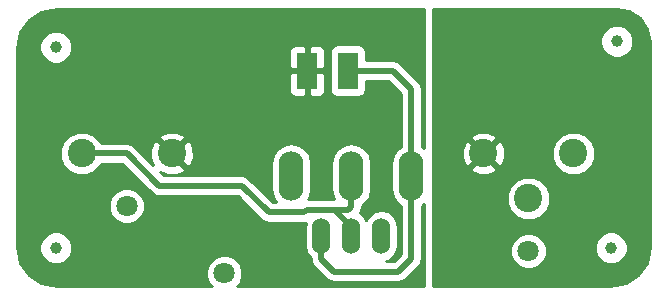
<source format=gtl>
G04 #@! TF.FileFunction,Copper,L1,Top,Signal*
%FSLAX46Y46*%
G04 Gerber Fmt 4.6, Leading zero omitted, Abs format (unit mm)*
G04 Created by KiCad (PCBNEW 4.0.6) date 06/08/17 14:58:16*
%MOMM*%
%LPD*%
G01*
G04 APERTURE LIST*
%ADD10C,0.100000*%
%ADD11C,2.397760*%
%ADD12C,1.798320*%
%ADD13O,1.524000X3.048000*%
%ADD14O,2.095500X4.191000*%
%ADD15C,1.000000*%
%ADD16R,1.778000X3.149600*%
%ADD17C,0.500000*%
%ADD18C,0.254000*%
G04 APERTURE END LIST*
D10*
D11*
X103810000Y-101000000D03*
X96190000Y-101000000D03*
D12*
X100000000Y-105447540D03*
X108249920Y-111160000D03*
D11*
X130190000Y-101000000D03*
X137810000Y-101000000D03*
X134000000Y-104810000D03*
D12*
X134000000Y-109255000D03*
D13*
X116460000Y-108000000D03*
X119000000Y-108000000D03*
X121540000Y-108000000D03*
D14*
X124080000Y-102920000D03*
X119000000Y-102920000D03*
X113920000Y-102920000D03*
D15*
X141500000Y-91500000D03*
X94000000Y-92000000D03*
X94000000Y-109000000D03*
X141000000Y-109000000D03*
D16*
X115285500Y-94000000D03*
X118714500Y-94000000D03*
D17*
X117750000Y-105750000D02*
X117512000Y-105750000D01*
X119000000Y-102920000D02*
X119000000Y-105515500D01*
X119000000Y-105515500D02*
X118765500Y-105750000D01*
X118765500Y-105750000D02*
X117750000Y-105750000D01*
X117762000Y-106000000D02*
X117512000Y-105750000D01*
X109750000Y-103750000D02*
X102750000Y-103750000D01*
X117512000Y-105750000D02*
X115250000Y-105750000D01*
X115250000Y-105750000D02*
X115000000Y-106000000D01*
X115000000Y-106000000D02*
X112000000Y-106000000D01*
X112000000Y-106000000D02*
X109750000Y-103750000D01*
X100000000Y-101000000D02*
X96190000Y-101000000D01*
X102750000Y-103750000D02*
X100000000Y-101000000D01*
X119000000Y-108000000D02*
X119000000Y-107238000D01*
X119000000Y-107238000D02*
X117762000Y-106000000D01*
X118714500Y-94000000D02*
X122500000Y-94000000D01*
X122500000Y-94000000D02*
X124080000Y-95580000D01*
X124080000Y-95580000D02*
X124080000Y-102920000D01*
X116460000Y-108000000D02*
X116460000Y-109960000D01*
X116460000Y-109960000D02*
X117500000Y-111000000D01*
X117500000Y-111000000D02*
X123000000Y-111000000D01*
X123000000Y-111000000D02*
X124080000Y-109920000D01*
X124080000Y-109920000D02*
X124080000Y-105515500D01*
X124080000Y-105515500D02*
X124080000Y-102920000D01*
D18*
G36*
X125123000Y-100530727D02*
X124965000Y-100425155D01*
X124965000Y-95580000D01*
X124897633Y-95241325D01*
X124705790Y-94954210D01*
X124705787Y-94954208D01*
X123125790Y-93374210D01*
X122838675Y-93182367D01*
X122782484Y-93171190D01*
X122500000Y-93114999D01*
X122499995Y-93115000D01*
X120250940Y-93115000D01*
X120250940Y-92425200D01*
X120206662Y-92189883D01*
X120067590Y-91973759D01*
X119855390Y-91828769D01*
X119603500Y-91777760D01*
X117825500Y-91777760D01*
X117590183Y-91822038D01*
X117374059Y-91961110D01*
X117229069Y-92173310D01*
X117178060Y-92425200D01*
X117178060Y-95574800D01*
X117222338Y-95810117D01*
X117361410Y-96026241D01*
X117573610Y-96171231D01*
X117825500Y-96222240D01*
X119603500Y-96222240D01*
X119838817Y-96177962D01*
X120054941Y-96038890D01*
X120199931Y-95826690D01*
X120250940Y-95574800D01*
X120250940Y-94885000D01*
X122133420Y-94885000D01*
X123195000Y-95946579D01*
X123195000Y-100425155D01*
X122890116Y-100628872D01*
X122525342Y-101174795D01*
X122397250Y-101818756D01*
X122397250Y-104021244D01*
X122525342Y-104665205D01*
X122890116Y-105211128D01*
X123195000Y-105414845D01*
X123195000Y-109553421D01*
X122633420Y-110115000D01*
X121973846Y-110115000D01*
X122074609Y-110094957D01*
X122527828Y-109792125D01*
X122830660Y-109338906D01*
X122937000Y-108804297D01*
X122937000Y-107195703D01*
X122830660Y-106661094D01*
X122527828Y-106207875D01*
X122074609Y-105905043D01*
X121540000Y-105798703D01*
X121005391Y-105905043D01*
X120552172Y-106207875D01*
X120270000Y-106630174D01*
X119987828Y-106207875D01*
X119706778Y-106020083D01*
X119817633Y-105854175D01*
X119837551Y-105754042D01*
X119885001Y-105515500D01*
X119885000Y-105515495D01*
X119885000Y-105414845D01*
X120189884Y-105211128D01*
X120554658Y-104665205D01*
X120682750Y-104021244D01*
X120682750Y-101818756D01*
X120554658Y-101174795D01*
X120189884Y-100628872D01*
X119643961Y-100264098D01*
X119000000Y-100136006D01*
X118356039Y-100264098D01*
X117810116Y-100628872D01*
X117445342Y-101174795D01*
X117317250Y-101818756D01*
X117317250Y-104021244D01*
X117445342Y-104665205D01*
X117578841Y-104865000D01*
X117512005Y-104865000D01*
X117512000Y-104864999D01*
X117511995Y-104865000D01*
X115341159Y-104865000D01*
X115474658Y-104665205D01*
X115602750Y-104021244D01*
X115602750Y-101818756D01*
X115474658Y-101174795D01*
X115109884Y-100628872D01*
X114563961Y-100264098D01*
X113920000Y-100136006D01*
X113276039Y-100264098D01*
X112730116Y-100628872D01*
X112365342Y-101174795D01*
X112237250Y-101818756D01*
X112237250Y-104021244D01*
X112365342Y-104665205D01*
X112665885Y-105115000D01*
X112366579Y-105115000D01*
X110375790Y-103124210D01*
X110088675Y-102932367D01*
X110026502Y-102920000D01*
X109750000Y-102864999D01*
X109749995Y-102865000D01*
X103116579Y-102865000D01*
X102847260Y-102595681D01*
X103498000Y-102843594D01*
X104227263Y-102822656D01*
X104803763Y-102583862D01*
X104926761Y-102296366D01*
X103810000Y-101179605D01*
X103795858Y-101193748D01*
X103616253Y-101014143D01*
X103630395Y-101000000D01*
X103989605Y-101000000D01*
X105106366Y-102116761D01*
X105393862Y-101993763D01*
X105653594Y-101312000D01*
X105632656Y-100582737D01*
X105393862Y-100006237D01*
X105106366Y-99883239D01*
X103989605Y-101000000D01*
X103630395Y-101000000D01*
X102513634Y-99883239D01*
X102226138Y-100006237D01*
X101966406Y-100688000D01*
X101987344Y-101417263D01*
X102212558Y-101960979D01*
X100625790Y-100374210D01*
X100338675Y-100182367D01*
X100282484Y-100171190D01*
X100000000Y-100114999D01*
X99999995Y-100115000D01*
X97808586Y-100115000D01*
X97745594Y-99962547D01*
X97487133Y-99703634D01*
X102693239Y-99703634D01*
X103810000Y-100820395D01*
X104926761Y-99703634D01*
X104803763Y-99416138D01*
X104122000Y-99156406D01*
X103392737Y-99177344D01*
X102816237Y-99416138D01*
X102693239Y-99703634D01*
X97487133Y-99703634D01*
X97230166Y-99446219D01*
X96556382Y-99166439D01*
X95826819Y-99165802D01*
X95152547Y-99444406D01*
X94636219Y-99959834D01*
X94356439Y-100633618D01*
X94355802Y-101363181D01*
X94634406Y-102037453D01*
X95149834Y-102553781D01*
X95823618Y-102833561D01*
X96553181Y-102834198D01*
X97227453Y-102555594D01*
X97743781Y-102040166D01*
X97808212Y-101885000D01*
X99633420Y-101885000D01*
X102124208Y-104375787D01*
X102124210Y-104375790D01*
X102411325Y-104567633D01*
X102750000Y-104635000D01*
X109383420Y-104635000D01*
X111374208Y-106625787D01*
X111374210Y-106625790D01*
X111556182Y-106747379D01*
X111661326Y-106817634D01*
X112000000Y-106885001D01*
X112000005Y-106885000D01*
X114999995Y-106885000D01*
X115000000Y-106885001D01*
X115129944Y-106859153D01*
X115063000Y-107195703D01*
X115063000Y-108804297D01*
X115169340Y-109338906D01*
X115472172Y-109792125D01*
X115575000Y-109860833D01*
X115575000Y-109959995D01*
X115574999Y-109960000D01*
X115622997Y-110201297D01*
X115642367Y-110298675D01*
X115692838Y-110374210D01*
X115834210Y-110585790D01*
X116874208Y-111625787D01*
X116874210Y-111625790D01*
X117161325Y-111817633D01*
X117500000Y-111885001D01*
X117500005Y-111885000D01*
X122999995Y-111885000D01*
X123000000Y-111885001D01*
X123282484Y-111828810D01*
X123338675Y-111817633D01*
X123625790Y-111625790D01*
X123625791Y-111625789D01*
X124705787Y-110545792D01*
X124705790Y-110545790D01*
X124897633Y-110258675D01*
X124930199Y-110094957D01*
X124965001Y-109920000D01*
X124965000Y-109919995D01*
X124965000Y-105414845D01*
X125123000Y-105309273D01*
X125123000Y-112265000D01*
X109314516Y-112265000D01*
X109549759Y-112030167D01*
X109783813Y-111466502D01*
X109784346Y-110856176D01*
X109551276Y-110292103D01*
X109120087Y-109860161D01*
X108556422Y-109626107D01*
X107946096Y-109625574D01*
X107382023Y-109858644D01*
X106950081Y-110289833D01*
X106716027Y-110853498D01*
X106715494Y-111463824D01*
X106948564Y-112027897D01*
X107185254Y-112265000D01*
X94072391Y-112265000D01*
X92756049Y-112003163D01*
X91701478Y-111298522D01*
X90996837Y-110243951D01*
X90804431Y-109276661D01*
X92602758Y-109276661D01*
X92814990Y-109790303D01*
X93207630Y-110183629D01*
X93720900Y-110396757D01*
X94276661Y-110397242D01*
X94790303Y-110185010D01*
X95183629Y-109792370D01*
X95396757Y-109279100D01*
X95397242Y-108723339D01*
X95185010Y-108209697D01*
X94792370Y-107816371D01*
X94279100Y-107603243D01*
X93723339Y-107602758D01*
X93209697Y-107814990D01*
X92816371Y-108207630D01*
X92603243Y-108720900D01*
X92602758Y-109276661D01*
X90804431Y-109276661D01*
X90735000Y-108927610D01*
X90735000Y-105751364D01*
X98465574Y-105751364D01*
X98698644Y-106315437D01*
X99129833Y-106747379D01*
X99693498Y-106981433D01*
X100303824Y-106981966D01*
X100867897Y-106748896D01*
X101299839Y-106317707D01*
X101533893Y-105754042D01*
X101534426Y-105143716D01*
X101301356Y-104579643D01*
X100870167Y-104147701D01*
X100306502Y-103913647D01*
X99696176Y-103913114D01*
X99132103Y-104146184D01*
X98700161Y-104577373D01*
X98466107Y-105141038D01*
X98465574Y-105751364D01*
X90735000Y-105751364D01*
X90735000Y-94285750D01*
X113761500Y-94285750D01*
X113761500Y-95701110D01*
X113858173Y-95934499D01*
X114036802Y-96113127D01*
X114270191Y-96209800D01*
X114999750Y-96209800D01*
X115158500Y-96051050D01*
X115158500Y-94127000D01*
X115412500Y-94127000D01*
X115412500Y-96051050D01*
X115571250Y-96209800D01*
X116300809Y-96209800D01*
X116534198Y-96113127D01*
X116712827Y-95934499D01*
X116809500Y-95701110D01*
X116809500Y-94285750D01*
X116650750Y-94127000D01*
X115412500Y-94127000D01*
X115158500Y-94127000D01*
X113920250Y-94127000D01*
X113761500Y-94285750D01*
X90735000Y-94285750D01*
X90735000Y-92276661D01*
X92602758Y-92276661D01*
X92814990Y-92790303D01*
X93207630Y-93183629D01*
X93720900Y-93396757D01*
X94276661Y-93397242D01*
X94790303Y-93185010D01*
X95183629Y-92792370D01*
X95388539Y-92298890D01*
X113761500Y-92298890D01*
X113761500Y-93714250D01*
X113920250Y-93873000D01*
X115158500Y-93873000D01*
X115158500Y-91948950D01*
X115412500Y-91948950D01*
X115412500Y-93873000D01*
X116650750Y-93873000D01*
X116809500Y-93714250D01*
X116809500Y-92298890D01*
X116712827Y-92065501D01*
X116534198Y-91886873D01*
X116300809Y-91790200D01*
X115571250Y-91790200D01*
X115412500Y-91948950D01*
X115158500Y-91948950D01*
X114999750Y-91790200D01*
X114270191Y-91790200D01*
X114036802Y-91886873D01*
X113858173Y-92065501D01*
X113761500Y-92298890D01*
X95388539Y-92298890D01*
X95396757Y-92279100D01*
X95397242Y-91723339D01*
X95185010Y-91209697D01*
X94792370Y-90816371D01*
X94279100Y-90603243D01*
X93723339Y-90602758D01*
X93209697Y-90814990D01*
X92816371Y-91207630D01*
X92603243Y-91720900D01*
X92602758Y-92276661D01*
X90735000Y-92276661D01*
X90735000Y-92072390D01*
X90996837Y-90756049D01*
X91701478Y-89701478D01*
X92756049Y-88996837D01*
X94072391Y-88735000D01*
X125123000Y-88735000D01*
X125123000Y-100530727D01*
X125123000Y-100530727D01*
G37*
X125123000Y-100530727D02*
X124965000Y-100425155D01*
X124965000Y-95580000D01*
X124897633Y-95241325D01*
X124705790Y-94954210D01*
X124705787Y-94954208D01*
X123125790Y-93374210D01*
X122838675Y-93182367D01*
X122782484Y-93171190D01*
X122500000Y-93114999D01*
X122499995Y-93115000D01*
X120250940Y-93115000D01*
X120250940Y-92425200D01*
X120206662Y-92189883D01*
X120067590Y-91973759D01*
X119855390Y-91828769D01*
X119603500Y-91777760D01*
X117825500Y-91777760D01*
X117590183Y-91822038D01*
X117374059Y-91961110D01*
X117229069Y-92173310D01*
X117178060Y-92425200D01*
X117178060Y-95574800D01*
X117222338Y-95810117D01*
X117361410Y-96026241D01*
X117573610Y-96171231D01*
X117825500Y-96222240D01*
X119603500Y-96222240D01*
X119838817Y-96177962D01*
X120054941Y-96038890D01*
X120199931Y-95826690D01*
X120250940Y-95574800D01*
X120250940Y-94885000D01*
X122133420Y-94885000D01*
X123195000Y-95946579D01*
X123195000Y-100425155D01*
X122890116Y-100628872D01*
X122525342Y-101174795D01*
X122397250Y-101818756D01*
X122397250Y-104021244D01*
X122525342Y-104665205D01*
X122890116Y-105211128D01*
X123195000Y-105414845D01*
X123195000Y-109553421D01*
X122633420Y-110115000D01*
X121973846Y-110115000D01*
X122074609Y-110094957D01*
X122527828Y-109792125D01*
X122830660Y-109338906D01*
X122937000Y-108804297D01*
X122937000Y-107195703D01*
X122830660Y-106661094D01*
X122527828Y-106207875D01*
X122074609Y-105905043D01*
X121540000Y-105798703D01*
X121005391Y-105905043D01*
X120552172Y-106207875D01*
X120270000Y-106630174D01*
X119987828Y-106207875D01*
X119706778Y-106020083D01*
X119817633Y-105854175D01*
X119837551Y-105754042D01*
X119885001Y-105515500D01*
X119885000Y-105515495D01*
X119885000Y-105414845D01*
X120189884Y-105211128D01*
X120554658Y-104665205D01*
X120682750Y-104021244D01*
X120682750Y-101818756D01*
X120554658Y-101174795D01*
X120189884Y-100628872D01*
X119643961Y-100264098D01*
X119000000Y-100136006D01*
X118356039Y-100264098D01*
X117810116Y-100628872D01*
X117445342Y-101174795D01*
X117317250Y-101818756D01*
X117317250Y-104021244D01*
X117445342Y-104665205D01*
X117578841Y-104865000D01*
X117512005Y-104865000D01*
X117512000Y-104864999D01*
X117511995Y-104865000D01*
X115341159Y-104865000D01*
X115474658Y-104665205D01*
X115602750Y-104021244D01*
X115602750Y-101818756D01*
X115474658Y-101174795D01*
X115109884Y-100628872D01*
X114563961Y-100264098D01*
X113920000Y-100136006D01*
X113276039Y-100264098D01*
X112730116Y-100628872D01*
X112365342Y-101174795D01*
X112237250Y-101818756D01*
X112237250Y-104021244D01*
X112365342Y-104665205D01*
X112665885Y-105115000D01*
X112366579Y-105115000D01*
X110375790Y-103124210D01*
X110088675Y-102932367D01*
X110026502Y-102920000D01*
X109750000Y-102864999D01*
X109749995Y-102865000D01*
X103116579Y-102865000D01*
X102847260Y-102595681D01*
X103498000Y-102843594D01*
X104227263Y-102822656D01*
X104803763Y-102583862D01*
X104926761Y-102296366D01*
X103810000Y-101179605D01*
X103795858Y-101193748D01*
X103616253Y-101014143D01*
X103630395Y-101000000D01*
X103989605Y-101000000D01*
X105106366Y-102116761D01*
X105393862Y-101993763D01*
X105653594Y-101312000D01*
X105632656Y-100582737D01*
X105393862Y-100006237D01*
X105106366Y-99883239D01*
X103989605Y-101000000D01*
X103630395Y-101000000D01*
X102513634Y-99883239D01*
X102226138Y-100006237D01*
X101966406Y-100688000D01*
X101987344Y-101417263D01*
X102212558Y-101960979D01*
X100625790Y-100374210D01*
X100338675Y-100182367D01*
X100282484Y-100171190D01*
X100000000Y-100114999D01*
X99999995Y-100115000D01*
X97808586Y-100115000D01*
X97745594Y-99962547D01*
X97487133Y-99703634D01*
X102693239Y-99703634D01*
X103810000Y-100820395D01*
X104926761Y-99703634D01*
X104803763Y-99416138D01*
X104122000Y-99156406D01*
X103392737Y-99177344D01*
X102816237Y-99416138D01*
X102693239Y-99703634D01*
X97487133Y-99703634D01*
X97230166Y-99446219D01*
X96556382Y-99166439D01*
X95826819Y-99165802D01*
X95152547Y-99444406D01*
X94636219Y-99959834D01*
X94356439Y-100633618D01*
X94355802Y-101363181D01*
X94634406Y-102037453D01*
X95149834Y-102553781D01*
X95823618Y-102833561D01*
X96553181Y-102834198D01*
X97227453Y-102555594D01*
X97743781Y-102040166D01*
X97808212Y-101885000D01*
X99633420Y-101885000D01*
X102124208Y-104375787D01*
X102124210Y-104375790D01*
X102411325Y-104567633D01*
X102750000Y-104635000D01*
X109383420Y-104635000D01*
X111374208Y-106625787D01*
X111374210Y-106625790D01*
X111556182Y-106747379D01*
X111661326Y-106817634D01*
X112000000Y-106885001D01*
X112000005Y-106885000D01*
X114999995Y-106885000D01*
X115000000Y-106885001D01*
X115129944Y-106859153D01*
X115063000Y-107195703D01*
X115063000Y-108804297D01*
X115169340Y-109338906D01*
X115472172Y-109792125D01*
X115575000Y-109860833D01*
X115575000Y-109959995D01*
X115574999Y-109960000D01*
X115622997Y-110201297D01*
X115642367Y-110298675D01*
X115692838Y-110374210D01*
X115834210Y-110585790D01*
X116874208Y-111625787D01*
X116874210Y-111625790D01*
X117161325Y-111817633D01*
X117500000Y-111885001D01*
X117500005Y-111885000D01*
X122999995Y-111885000D01*
X123000000Y-111885001D01*
X123282484Y-111828810D01*
X123338675Y-111817633D01*
X123625790Y-111625790D01*
X123625791Y-111625789D01*
X124705787Y-110545792D01*
X124705790Y-110545790D01*
X124897633Y-110258675D01*
X124930199Y-110094957D01*
X124965001Y-109920000D01*
X124965000Y-109919995D01*
X124965000Y-105414845D01*
X125123000Y-105309273D01*
X125123000Y-112265000D01*
X109314516Y-112265000D01*
X109549759Y-112030167D01*
X109783813Y-111466502D01*
X109784346Y-110856176D01*
X109551276Y-110292103D01*
X109120087Y-109860161D01*
X108556422Y-109626107D01*
X107946096Y-109625574D01*
X107382023Y-109858644D01*
X106950081Y-110289833D01*
X106716027Y-110853498D01*
X106715494Y-111463824D01*
X106948564Y-112027897D01*
X107185254Y-112265000D01*
X94072391Y-112265000D01*
X92756049Y-112003163D01*
X91701478Y-111298522D01*
X90996837Y-110243951D01*
X90804431Y-109276661D01*
X92602758Y-109276661D01*
X92814990Y-109790303D01*
X93207630Y-110183629D01*
X93720900Y-110396757D01*
X94276661Y-110397242D01*
X94790303Y-110185010D01*
X95183629Y-109792370D01*
X95396757Y-109279100D01*
X95397242Y-108723339D01*
X95185010Y-108209697D01*
X94792370Y-107816371D01*
X94279100Y-107603243D01*
X93723339Y-107602758D01*
X93209697Y-107814990D01*
X92816371Y-108207630D01*
X92603243Y-108720900D01*
X92602758Y-109276661D01*
X90804431Y-109276661D01*
X90735000Y-108927610D01*
X90735000Y-105751364D01*
X98465574Y-105751364D01*
X98698644Y-106315437D01*
X99129833Y-106747379D01*
X99693498Y-106981433D01*
X100303824Y-106981966D01*
X100867897Y-106748896D01*
X101299839Y-106317707D01*
X101533893Y-105754042D01*
X101534426Y-105143716D01*
X101301356Y-104579643D01*
X100870167Y-104147701D01*
X100306502Y-103913647D01*
X99696176Y-103913114D01*
X99132103Y-104146184D01*
X98700161Y-104577373D01*
X98466107Y-105141038D01*
X98465574Y-105751364D01*
X90735000Y-105751364D01*
X90735000Y-94285750D01*
X113761500Y-94285750D01*
X113761500Y-95701110D01*
X113858173Y-95934499D01*
X114036802Y-96113127D01*
X114270191Y-96209800D01*
X114999750Y-96209800D01*
X115158500Y-96051050D01*
X115158500Y-94127000D01*
X115412500Y-94127000D01*
X115412500Y-96051050D01*
X115571250Y-96209800D01*
X116300809Y-96209800D01*
X116534198Y-96113127D01*
X116712827Y-95934499D01*
X116809500Y-95701110D01*
X116809500Y-94285750D01*
X116650750Y-94127000D01*
X115412500Y-94127000D01*
X115158500Y-94127000D01*
X113920250Y-94127000D01*
X113761500Y-94285750D01*
X90735000Y-94285750D01*
X90735000Y-92276661D01*
X92602758Y-92276661D01*
X92814990Y-92790303D01*
X93207630Y-93183629D01*
X93720900Y-93396757D01*
X94276661Y-93397242D01*
X94790303Y-93185010D01*
X95183629Y-92792370D01*
X95388539Y-92298890D01*
X113761500Y-92298890D01*
X113761500Y-93714250D01*
X113920250Y-93873000D01*
X115158500Y-93873000D01*
X115158500Y-91948950D01*
X115412500Y-91948950D01*
X115412500Y-93873000D01*
X116650750Y-93873000D01*
X116809500Y-93714250D01*
X116809500Y-92298890D01*
X116712827Y-92065501D01*
X116534198Y-91886873D01*
X116300809Y-91790200D01*
X115571250Y-91790200D01*
X115412500Y-91948950D01*
X115158500Y-91948950D01*
X114999750Y-91790200D01*
X114270191Y-91790200D01*
X114036802Y-91886873D01*
X113858173Y-92065501D01*
X113761500Y-92298890D01*
X95388539Y-92298890D01*
X95396757Y-92279100D01*
X95397242Y-91723339D01*
X95185010Y-91209697D01*
X94792370Y-90816371D01*
X94279100Y-90603243D01*
X93723339Y-90602758D01*
X93209697Y-90814990D01*
X92816371Y-91207630D01*
X92603243Y-91720900D01*
X92602758Y-92276661D01*
X90735000Y-92276661D01*
X90735000Y-92072390D01*
X90996837Y-90756049D01*
X91701478Y-89701478D01*
X92756049Y-88996837D01*
X94072391Y-88735000D01*
X125123000Y-88735000D01*
X125123000Y-100530727D01*
G36*
X142552610Y-88958777D02*
X143444969Y-89555031D01*
X144041223Y-90447390D01*
X144265000Y-91572390D01*
X144265000Y-108927609D01*
X144003163Y-110243951D01*
X143298522Y-111298522D01*
X142243951Y-112003163D01*
X140927610Y-112265000D01*
X125885000Y-112265000D01*
X125885000Y-109558824D01*
X132465574Y-109558824D01*
X132698644Y-110122897D01*
X133129833Y-110554839D01*
X133693498Y-110788893D01*
X134303824Y-110789426D01*
X134867897Y-110556356D01*
X135299839Y-110125167D01*
X135533893Y-109561502D01*
X135534141Y-109276661D01*
X139602758Y-109276661D01*
X139814990Y-109790303D01*
X140207630Y-110183629D01*
X140720900Y-110396757D01*
X141276661Y-110397242D01*
X141790303Y-110185010D01*
X142183629Y-109792370D01*
X142396757Y-109279100D01*
X142397242Y-108723339D01*
X142185010Y-108209697D01*
X141792370Y-107816371D01*
X141279100Y-107603243D01*
X140723339Y-107602758D01*
X140209697Y-107814990D01*
X139816371Y-108207630D01*
X139603243Y-108720900D01*
X139602758Y-109276661D01*
X135534141Y-109276661D01*
X135534426Y-108951176D01*
X135301356Y-108387103D01*
X134870167Y-107955161D01*
X134306502Y-107721107D01*
X133696176Y-107720574D01*
X133132103Y-107953644D01*
X132700161Y-108384833D01*
X132466107Y-108948498D01*
X132465574Y-109558824D01*
X125885000Y-109558824D01*
X125885000Y-105173181D01*
X132165802Y-105173181D01*
X132444406Y-105847453D01*
X132959834Y-106363781D01*
X133633618Y-106643561D01*
X134363181Y-106644198D01*
X135037453Y-106365594D01*
X135553781Y-105850166D01*
X135833561Y-105176382D01*
X135834198Y-104446819D01*
X135555594Y-103772547D01*
X135040166Y-103256219D01*
X134366382Y-102976439D01*
X133636819Y-102975802D01*
X132962547Y-103254406D01*
X132446219Y-103769834D01*
X132166439Y-104443618D01*
X132165802Y-105173181D01*
X125885000Y-105173181D01*
X125885000Y-102296366D01*
X129073239Y-102296366D01*
X129196237Y-102583862D01*
X129878000Y-102843594D01*
X130607263Y-102822656D01*
X131183763Y-102583862D01*
X131306761Y-102296366D01*
X130190000Y-101179605D01*
X129073239Y-102296366D01*
X125885000Y-102296366D01*
X125885000Y-100688000D01*
X128346406Y-100688000D01*
X128367344Y-101417263D01*
X128606138Y-101993763D01*
X128893634Y-102116761D01*
X130010395Y-101000000D01*
X130369605Y-101000000D01*
X131486366Y-102116761D01*
X131773862Y-101993763D01*
X132014095Y-101363181D01*
X135975802Y-101363181D01*
X136254406Y-102037453D01*
X136769834Y-102553781D01*
X137443618Y-102833561D01*
X138173181Y-102834198D01*
X138847453Y-102555594D01*
X139363781Y-102040166D01*
X139643561Y-101366382D01*
X139644198Y-100636819D01*
X139365594Y-99962547D01*
X138850166Y-99446219D01*
X138176382Y-99166439D01*
X137446819Y-99165802D01*
X136772547Y-99444406D01*
X136256219Y-99959834D01*
X135976439Y-100633618D01*
X135975802Y-101363181D01*
X132014095Y-101363181D01*
X132033594Y-101312000D01*
X132012656Y-100582737D01*
X131773862Y-100006237D01*
X131486366Y-99883239D01*
X130369605Y-101000000D01*
X130010395Y-101000000D01*
X128893634Y-99883239D01*
X128606138Y-100006237D01*
X128346406Y-100688000D01*
X125885000Y-100688000D01*
X125885000Y-99703634D01*
X129073239Y-99703634D01*
X130190000Y-100820395D01*
X131306761Y-99703634D01*
X131183763Y-99416138D01*
X130502000Y-99156406D01*
X129772737Y-99177344D01*
X129196237Y-99416138D01*
X129073239Y-99703634D01*
X125885000Y-99703634D01*
X125885000Y-91776661D01*
X140102758Y-91776661D01*
X140314990Y-92290303D01*
X140707630Y-92683629D01*
X141220900Y-92896757D01*
X141776661Y-92897242D01*
X142290303Y-92685010D01*
X142683629Y-92292370D01*
X142896757Y-91779100D01*
X142897242Y-91223339D01*
X142685010Y-90709697D01*
X142292370Y-90316371D01*
X141779100Y-90103243D01*
X141223339Y-90102758D01*
X140709697Y-90314990D01*
X140316371Y-90707630D01*
X140103243Y-91220900D01*
X140102758Y-91776661D01*
X125885000Y-91776661D01*
X125885000Y-88735000D01*
X141427609Y-88735000D01*
X142552610Y-88958777D01*
X142552610Y-88958777D01*
G37*
X142552610Y-88958777D02*
X143444969Y-89555031D01*
X144041223Y-90447390D01*
X144265000Y-91572390D01*
X144265000Y-108927609D01*
X144003163Y-110243951D01*
X143298522Y-111298522D01*
X142243951Y-112003163D01*
X140927610Y-112265000D01*
X125885000Y-112265000D01*
X125885000Y-109558824D01*
X132465574Y-109558824D01*
X132698644Y-110122897D01*
X133129833Y-110554839D01*
X133693498Y-110788893D01*
X134303824Y-110789426D01*
X134867897Y-110556356D01*
X135299839Y-110125167D01*
X135533893Y-109561502D01*
X135534141Y-109276661D01*
X139602758Y-109276661D01*
X139814990Y-109790303D01*
X140207630Y-110183629D01*
X140720900Y-110396757D01*
X141276661Y-110397242D01*
X141790303Y-110185010D01*
X142183629Y-109792370D01*
X142396757Y-109279100D01*
X142397242Y-108723339D01*
X142185010Y-108209697D01*
X141792370Y-107816371D01*
X141279100Y-107603243D01*
X140723339Y-107602758D01*
X140209697Y-107814990D01*
X139816371Y-108207630D01*
X139603243Y-108720900D01*
X139602758Y-109276661D01*
X135534141Y-109276661D01*
X135534426Y-108951176D01*
X135301356Y-108387103D01*
X134870167Y-107955161D01*
X134306502Y-107721107D01*
X133696176Y-107720574D01*
X133132103Y-107953644D01*
X132700161Y-108384833D01*
X132466107Y-108948498D01*
X132465574Y-109558824D01*
X125885000Y-109558824D01*
X125885000Y-105173181D01*
X132165802Y-105173181D01*
X132444406Y-105847453D01*
X132959834Y-106363781D01*
X133633618Y-106643561D01*
X134363181Y-106644198D01*
X135037453Y-106365594D01*
X135553781Y-105850166D01*
X135833561Y-105176382D01*
X135834198Y-104446819D01*
X135555594Y-103772547D01*
X135040166Y-103256219D01*
X134366382Y-102976439D01*
X133636819Y-102975802D01*
X132962547Y-103254406D01*
X132446219Y-103769834D01*
X132166439Y-104443618D01*
X132165802Y-105173181D01*
X125885000Y-105173181D01*
X125885000Y-102296366D01*
X129073239Y-102296366D01*
X129196237Y-102583862D01*
X129878000Y-102843594D01*
X130607263Y-102822656D01*
X131183763Y-102583862D01*
X131306761Y-102296366D01*
X130190000Y-101179605D01*
X129073239Y-102296366D01*
X125885000Y-102296366D01*
X125885000Y-100688000D01*
X128346406Y-100688000D01*
X128367344Y-101417263D01*
X128606138Y-101993763D01*
X128893634Y-102116761D01*
X130010395Y-101000000D01*
X130369605Y-101000000D01*
X131486366Y-102116761D01*
X131773862Y-101993763D01*
X132014095Y-101363181D01*
X135975802Y-101363181D01*
X136254406Y-102037453D01*
X136769834Y-102553781D01*
X137443618Y-102833561D01*
X138173181Y-102834198D01*
X138847453Y-102555594D01*
X139363781Y-102040166D01*
X139643561Y-101366382D01*
X139644198Y-100636819D01*
X139365594Y-99962547D01*
X138850166Y-99446219D01*
X138176382Y-99166439D01*
X137446819Y-99165802D01*
X136772547Y-99444406D01*
X136256219Y-99959834D01*
X135976439Y-100633618D01*
X135975802Y-101363181D01*
X132014095Y-101363181D01*
X132033594Y-101312000D01*
X132012656Y-100582737D01*
X131773862Y-100006237D01*
X131486366Y-99883239D01*
X130369605Y-101000000D01*
X130010395Y-101000000D01*
X128893634Y-99883239D01*
X128606138Y-100006237D01*
X128346406Y-100688000D01*
X125885000Y-100688000D01*
X125885000Y-99703634D01*
X129073239Y-99703634D01*
X130190000Y-100820395D01*
X131306761Y-99703634D01*
X131183763Y-99416138D01*
X130502000Y-99156406D01*
X129772737Y-99177344D01*
X129196237Y-99416138D01*
X129073239Y-99703634D01*
X125885000Y-99703634D01*
X125885000Y-91776661D01*
X140102758Y-91776661D01*
X140314990Y-92290303D01*
X140707630Y-92683629D01*
X141220900Y-92896757D01*
X141776661Y-92897242D01*
X142290303Y-92685010D01*
X142683629Y-92292370D01*
X142896757Y-91779100D01*
X142897242Y-91223339D01*
X142685010Y-90709697D01*
X142292370Y-90316371D01*
X141779100Y-90103243D01*
X141223339Y-90102758D01*
X140709697Y-90314990D01*
X140316371Y-90707630D01*
X140103243Y-91220900D01*
X140102758Y-91776661D01*
X125885000Y-91776661D01*
X125885000Y-88735000D01*
X141427609Y-88735000D01*
X142552610Y-88958777D01*
M02*

</source>
